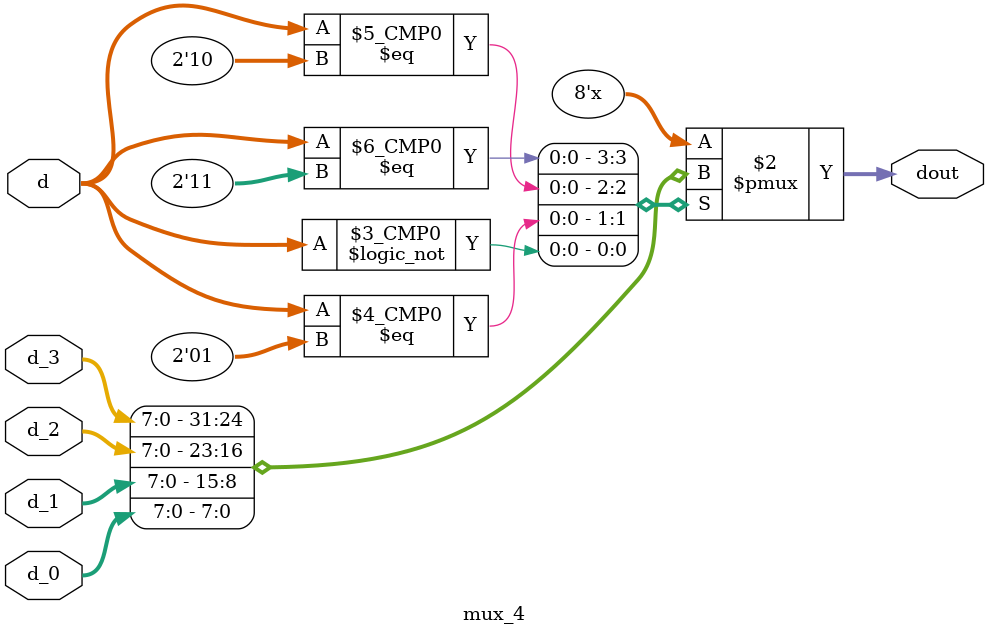
<source format=v>
module mux_4(d_0,d_1,d_2,d_3,d,dout);
    input  [7:0]  d_0;
    input  [7:0]  d_1;
	 input  [7:0]  d_2;
	 input  [7:0]  d_3;
    input  [1:0]  d;
    output [7:0]  dout;
	 reg    [7:0]  dout;

	 always@(*) begin
		 case(d)
			2'b11: dout=d_3;
			2'b10: dout=d_2;
			2'b01: dout=d_1;
			2'b00: dout=d_0;
		 endcase
	 end
endmodule
</source>
